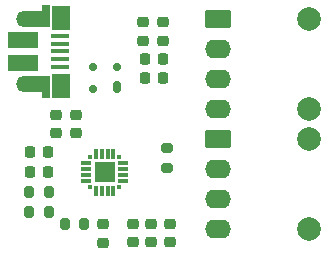
<source format=gbr>
%TF.GenerationSoftware,KiCad,Pcbnew,8.0.5*%
%TF.CreationDate,2025-10-24T23:35:40+02:00*%
%TF.ProjectId,U2O,55324f2e-6b69-4636-9164-5f7063625858,rev?*%
%TF.SameCoordinates,Original*%
%TF.FileFunction,Soldermask,Top*%
%TF.FilePolarity,Negative*%
%FSLAX46Y46*%
G04 Gerber Fmt 4.6, Leading zero omitted, Abs format (unit mm)*
G04 Created by KiCad (PCBNEW 8.0.5) date 2025-10-24 23:35:40*
%MOMM*%
%LPD*%
G01*
G04 APERTURE LIST*
G04 Aperture macros list*
%AMRoundRect*
0 Rectangle with rounded corners*
0 $1 Rounding radius*
0 $2 $3 $4 $5 $6 $7 $8 $9 X,Y pos of 4 corners*
0 Add a 4 corners polygon primitive as box body*
4,1,4,$2,$3,$4,$5,$6,$7,$8,$9,$2,$3,0*
0 Add four circle primitives for the rounded corners*
1,1,$1+$1,$2,$3*
1,1,$1+$1,$4,$5*
1,1,$1+$1,$6,$7*
1,1,$1+$1,$8,$9*
0 Add four rect primitives between the rounded corners*
20,1,$1+$1,$2,$3,$4,$5,0*
20,1,$1+$1,$4,$5,$6,$7,0*
20,1,$1+$1,$6,$7,$8,$9,0*
20,1,$1+$1,$8,$9,$2,$3,0*%
G04 Aperture macros list end*
%ADD10RoundRect,0.225000X0.225000X0.250000X-0.225000X0.250000X-0.225000X-0.250000X0.225000X-0.250000X0*%
%ADD11RoundRect,0.225000X-0.250000X0.225000X-0.250000X-0.225000X0.250000X-0.225000X0.250000X0.225000X0*%
%ADD12RoundRect,0.225000X0.250000X-0.225000X0.250000X0.225000X-0.250000X0.225000X-0.250000X-0.225000X0*%
%ADD13RoundRect,0.218750X0.218750X0.256250X-0.218750X0.256250X-0.218750X-0.256250X0.218750X-0.256250X0*%
%ADD14R,1.650000X0.400000*%
%ADD15R,0.700000X1.825000*%
%ADD16R,1.500000X2.000000*%
%ADD17R,2.000000X1.350000*%
%ADD18O,1.700000X1.350000*%
%ADD19O,1.500000X1.100000*%
%ADD20R,2.500000X1.430000*%
%ADD21RoundRect,0.218750X0.256250X-0.218750X0.256250X0.218750X-0.256250X0.218750X-0.256250X-0.218750X0*%
%ADD22R,0.300000X0.300000*%
%ADD23R,0.300000X0.900000*%
%ADD24R,0.900000X0.300000*%
%ADD25R,1.800000X1.800000*%
%ADD26RoundRect,0.249600X-0.850400X-0.550400X0.850400X-0.550400X0.850400X0.550400X-0.850400X0.550400X0*%
%ADD27O,2.200000X1.600000*%
%ADD28C,2.000000*%
%ADD29RoundRect,0.200000X-0.275000X0.200000X-0.275000X-0.200000X0.275000X-0.200000X0.275000X0.200000X0*%
%ADD30RoundRect,0.200000X0.200000X0.275000X-0.200000X0.275000X-0.200000X-0.275000X0.200000X-0.275000X0*%
%ADD31RoundRect,0.200000X-0.200000X-0.275000X0.200000X-0.275000X0.200000X0.275000X-0.200000X0.275000X0*%
%ADD32RoundRect,0.175000X0.175000X0.325000X-0.175000X0.325000X-0.175000X-0.325000X0.175000X-0.325000X0*%
%ADD33RoundRect,0.150000X0.200000X0.150000X-0.200000X0.150000X-0.200000X-0.150000X0.200000X-0.150000X0*%
G04 APERTURE END LIST*
D10*
%TO.C,C8*%
X31634996Y-26000001D03*
X30085004Y-25999999D03*
%TD*%
D11*
%TO.C,C7*%
X31635002Y-21270008D03*
X31635000Y-22820000D03*
%TD*%
D12*
%TO.C,C4*%
X24234998Y-30670004D03*
X24234998Y-29120004D03*
%TD*%
%TO.C,C10*%
X26565000Y-39930000D03*
X26565004Y-38380004D03*
%TD*%
D13*
%TO.C,L1*%
X31637500Y-24410000D03*
X30062500Y-24410000D03*
%TD*%
D14*
%TO.C,J2*%
X22884998Y-22430001D03*
X22885000Y-23080000D03*
X22885003Y-23729998D03*
X22885000Y-24380000D03*
X22885000Y-25030001D03*
D15*
X21685000Y-20780000D03*
D16*
X22985000Y-20880000D03*
D17*
X20935003Y-21000000D03*
D18*
X20005002Y-21000001D03*
D19*
X23004999Y-21310000D03*
D20*
X19735002Y-22770001D03*
X19734997Y-24689998D03*
D19*
X23004998Y-26150000D03*
D18*
X20005000Y-26460000D03*
D17*
X20935001Y-26479999D03*
D16*
X23004997Y-26629997D03*
D15*
X21685003Y-26730000D03*
%TD*%
D21*
%TO.C,L2*%
X29050000Y-39917500D03*
X29050000Y-38342500D03*
%TD*%
D22*
%TO.C,U1*%
X27925001Y-32719997D03*
D23*
X27425000Y-32419999D03*
X26925002Y-32420001D03*
X26424999Y-32419998D03*
X25925000Y-32419998D03*
D22*
X25424998Y-32719996D03*
D24*
X25125000Y-33219997D03*
X25125002Y-33719995D03*
X25124999Y-34219998D03*
X25124999Y-34719997D03*
D22*
X25424997Y-35219999D03*
D23*
X25924998Y-35519997D03*
X26424996Y-35519995D03*
X26924999Y-35519998D03*
X27424998Y-35519998D03*
D22*
X27925000Y-35220000D03*
D24*
X28224998Y-34719999D03*
X28224996Y-34220001D03*
X28224999Y-33719998D03*
X28224999Y-33219999D03*
D25*
X26674999Y-33969998D03*
%TD*%
D26*
%TO.C,J1*%
X36280000Y-20990000D03*
D27*
X36280000Y-23530000D03*
X36280000Y-26070000D03*
X36280000Y-28610000D03*
D28*
X43980000Y-28610000D03*
X43980000Y-20990000D03*
%TD*%
D29*
%TO.C,R4*%
X31929997Y-31945001D03*
X31930003Y-33594999D03*
%TD*%
D12*
%TO.C,C5*%
X22545000Y-30670000D03*
X22545000Y-29120000D03*
%TD*%
D30*
%TO.C,R3*%
X21954998Y-37309996D03*
X20305000Y-37310000D03*
%TD*%
D12*
%TO.C,C9*%
X30625000Y-39894994D03*
X30625004Y-38344998D03*
%TD*%
D11*
%TO.C,C6*%
X29970002Y-21280008D03*
X29970000Y-22830000D03*
%TD*%
D31*
%TO.C,R2*%
X20305002Y-35670010D03*
X21955000Y-35670000D03*
%TD*%
D30*
%TO.C,R1*%
X24965000Y-38390000D03*
X23315002Y-38390004D03*
%TD*%
D26*
%TO.C,J3*%
X36280000Y-31180000D03*
D27*
X36280000Y-33720000D03*
X36280000Y-36260000D03*
X36280000Y-38800000D03*
D28*
X43980000Y-38800000D03*
X43980000Y-31180000D03*
%TD*%
D10*
%TO.C,C2*%
X21919994Y-33930001D03*
X20370002Y-33929999D03*
%TD*%
%TO.C,C1*%
X21919996Y-32250001D03*
X20370004Y-32249999D03*
%TD*%
D32*
%TO.C,D1*%
X27700000Y-26759999D03*
D33*
X27700002Y-25059994D03*
X25700001Y-25059999D03*
X25700000Y-26960000D03*
%TD*%
D12*
%TO.C,C3*%
X32209998Y-39879992D03*
X32210002Y-38329996D03*
%TD*%
M02*

</source>
